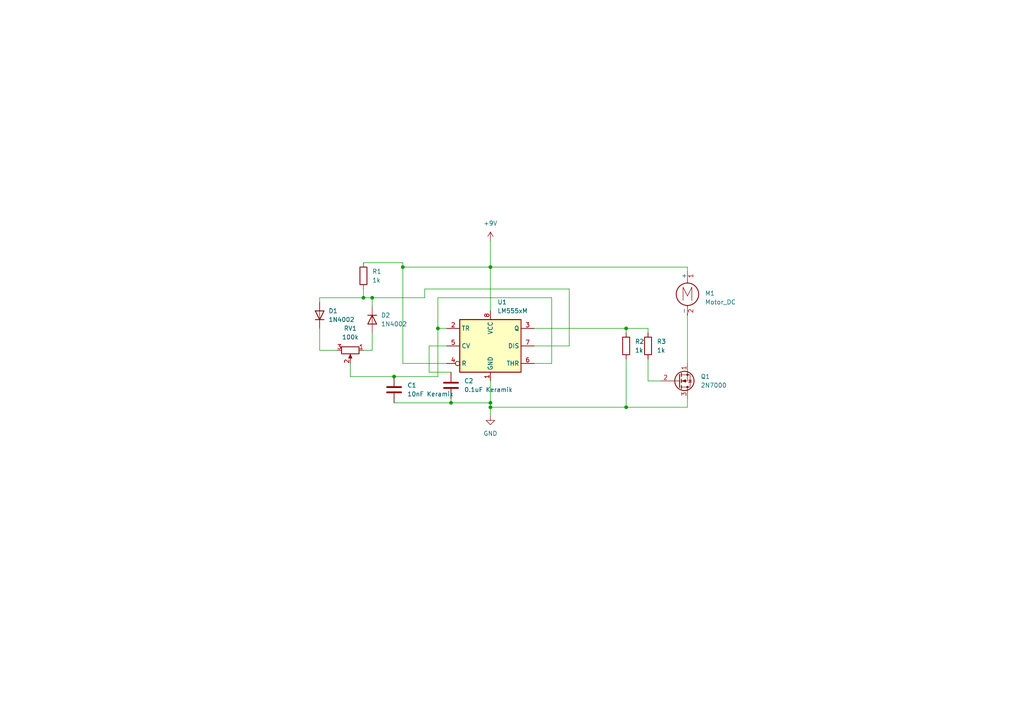
<source format=kicad_sch>
(kicad_sch (version 20211123) (generator eeschema)

  (uuid 671c54b0-aab0-43c1-9d20-df326180ff44)

  (paper "A4")

  (title_block
    (title "Sharkbyte PWM Motor Controller")
    (date "2022-07-26")
    (company "Sharkbyteprojects")
  )

  (lib_symbols
    (symbol "Device:C" (pin_numbers hide) (pin_names (offset 0.254)) (in_bom yes) (on_board yes)
      (property "Reference" "C" (id 0) (at 0.635 2.54 0)
        (effects (font (size 1.27 1.27)) (justify left))
      )
      (property "Value" "C" (id 1) (at 0.635 -2.54 0)
        (effects (font (size 1.27 1.27)) (justify left))
      )
      (property "Footprint" "" (id 2) (at 0.9652 -3.81 0)
        (effects (font (size 1.27 1.27)) hide)
      )
      (property "Datasheet" "~" (id 3) (at 0 0 0)
        (effects (font (size 1.27 1.27)) hide)
      )
      (property "ki_keywords" "cap capacitor" (id 4) (at 0 0 0)
        (effects (font (size 1.27 1.27)) hide)
      )
      (property "ki_description" "Unpolarized capacitor" (id 5) (at 0 0 0)
        (effects (font (size 1.27 1.27)) hide)
      )
      (property "ki_fp_filters" "C_*" (id 6) (at 0 0 0)
        (effects (font (size 1.27 1.27)) hide)
      )
      (symbol "C_0_1"
        (polyline
          (pts
            (xy -2.032 -0.762)
            (xy 2.032 -0.762)
          )
          (stroke (width 0.508) (type default) (color 0 0 0 0))
          (fill (type none))
        )
        (polyline
          (pts
            (xy -2.032 0.762)
            (xy 2.032 0.762)
          )
          (stroke (width 0.508) (type default) (color 0 0 0 0))
          (fill (type none))
        )
      )
      (symbol "C_1_1"
        (pin passive line (at 0 3.81 270) (length 2.794)
          (name "~" (effects (font (size 1.27 1.27))))
          (number "1" (effects (font (size 1.27 1.27))))
        )
        (pin passive line (at 0 -3.81 90) (length 2.794)
          (name "~" (effects (font (size 1.27 1.27))))
          (number "2" (effects (font (size 1.27 1.27))))
        )
      )
    )
    (symbol "Device:R" (pin_numbers hide) (pin_names (offset 0)) (in_bom yes) (on_board yes)
      (property "Reference" "R" (id 0) (at 2.032 0 90)
        (effects (font (size 1.27 1.27)))
      )
      (property "Value" "R" (id 1) (at 0 0 90)
        (effects (font (size 1.27 1.27)))
      )
      (property "Footprint" "" (id 2) (at -1.778 0 90)
        (effects (font (size 1.27 1.27)) hide)
      )
      (property "Datasheet" "~" (id 3) (at 0 0 0)
        (effects (font (size 1.27 1.27)) hide)
      )
      (property "ki_keywords" "R res resistor" (id 4) (at 0 0 0)
        (effects (font (size 1.27 1.27)) hide)
      )
      (property "ki_description" "Resistor" (id 5) (at 0 0 0)
        (effects (font (size 1.27 1.27)) hide)
      )
      (property "ki_fp_filters" "R_*" (id 6) (at 0 0 0)
        (effects (font (size 1.27 1.27)) hide)
      )
      (symbol "R_0_1"
        (rectangle (start -1.016 -2.54) (end 1.016 2.54)
          (stroke (width 0.254) (type default) (color 0 0 0 0))
          (fill (type none))
        )
      )
      (symbol "R_1_1"
        (pin passive line (at 0 3.81 270) (length 1.27)
          (name "~" (effects (font (size 1.27 1.27))))
          (number "1" (effects (font (size 1.27 1.27))))
        )
        (pin passive line (at 0 -3.81 90) (length 1.27)
          (name "~" (effects (font (size 1.27 1.27))))
          (number "2" (effects (font (size 1.27 1.27))))
        )
      )
    )
    (symbol "Device:R_Potentiometer" (pin_names (offset 1.016) hide) (in_bom yes) (on_board yes)
      (property "Reference" "RV" (id 0) (at -4.445 0 90)
        (effects (font (size 1.27 1.27)))
      )
      (property "Value" "R_Potentiometer" (id 1) (at -2.54 0 90)
        (effects (font (size 1.27 1.27)))
      )
      (property "Footprint" "" (id 2) (at 0 0 0)
        (effects (font (size 1.27 1.27)) hide)
      )
      (property "Datasheet" "~" (id 3) (at 0 0 0)
        (effects (font (size 1.27 1.27)) hide)
      )
      (property "ki_keywords" "resistor variable" (id 4) (at 0 0 0)
        (effects (font (size 1.27 1.27)) hide)
      )
      (property "ki_description" "Potentiometer" (id 5) (at 0 0 0)
        (effects (font (size 1.27 1.27)) hide)
      )
      (property "ki_fp_filters" "Potentiometer*" (id 6) (at 0 0 0)
        (effects (font (size 1.27 1.27)) hide)
      )
      (symbol "R_Potentiometer_0_1"
        (polyline
          (pts
            (xy 2.54 0)
            (xy 1.524 0)
          )
          (stroke (width 0) (type default) (color 0 0 0 0))
          (fill (type none))
        )
        (polyline
          (pts
            (xy 1.143 0)
            (xy 2.286 0.508)
            (xy 2.286 -0.508)
            (xy 1.143 0)
          )
          (stroke (width 0) (type default) (color 0 0 0 0))
          (fill (type outline))
        )
        (rectangle (start 1.016 2.54) (end -1.016 -2.54)
          (stroke (width 0.254) (type default) (color 0 0 0 0))
          (fill (type none))
        )
      )
      (symbol "R_Potentiometer_1_1"
        (pin passive line (at 0 3.81 270) (length 1.27)
          (name "1" (effects (font (size 1.27 1.27))))
          (number "1" (effects (font (size 1.27 1.27))))
        )
        (pin passive line (at 3.81 0 180) (length 1.27)
          (name "2" (effects (font (size 1.27 1.27))))
          (number "2" (effects (font (size 1.27 1.27))))
        )
        (pin passive line (at 0 -3.81 90) (length 1.27)
          (name "3" (effects (font (size 1.27 1.27))))
          (number "3" (effects (font (size 1.27 1.27))))
        )
      )
    )
    (symbol "Diode:1N4002" (pin_numbers hide) (pin_names (offset 1.016) hide) (in_bom yes) (on_board yes)
      (property "Reference" "D" (id 0) (at 0 2.54 0)
        (effects (font (size 1.27 1.27)))
      )
      (property "Value" "1N4002" (id 1) (at 0 -2.54 0)
        (effects (font (size 1.27 1.27)))
      )
      (property "Footprint" "Diode_THT:D_DO-41_SOD81_P10.16mm_Horizontal" (id 2) (at 0 -4.445 0)
        (effects (font (size 1.27 1.27)) hide)
      )
      (property "Datasheet" "http://www.vishay.com/docs/88503/1n4001.pdf" (id 3) (at 0 0 0)
        (effects (font (size 1.27 1.27)) hide)
      )
      (property "ki_keywords" "diode" (id 4) (at 0 0 0)
        (effects (font (size 1.27 1.27)) hide)
      )
      (property "ki_description" "100V 1A General Purpose Rectifier Diode, DO-41" (id 5) (at 0 0 0)
        (effects (font (size 1.27 1.27)) hide)
      )
      (property "ki_fp_filters" "D*DO?41*" (id 6) (at 0 0 0)
        (effects (font (size 1.27 1.27)) hide)
      )
      (symbol "1N4002_0_1"
        (polyline
          (pts
            (xy -1.27 1.27)
            (xy -1.27 -1.27)
          )
          (stroke (width 0.254) (type default) (color 0 0 0 0))
          (fill (type none))
        )
        (polyline
          (pts
            (xy 1.27 0)
            (xy -1.27 0)
          )
          (stroke (width 0) (type default) (color 0 0 0 0))
          (fill (type none))
        )
        (polyline
          (pts
            (xy 1.27 1.27)
            (xy 1.27 -1.27)
            (xy -1.27 0)
            (xy 1.27 1.27)
          )
          (stroke (width 0.254) (type default) (color 0 0 0 0))
          (fill (type none))
        )
      )
      (symbol "1N4002_1_1"
        (pin passive line (at -3.81 0 0) (length 2.54)
          (name "K" (effects (font (size 1.27 1.27))))
          (number "1" (effects (font (size 1.27 1.27))))
        )
        (pin passive line (at 3.81 0 180) (length 2.54)
          (name "A" (effects (font (size 1.27 1.27))))
          (number "2" (effects (font (size 1.27 1.27))))
        )
      )
    )
    (symbol "Motor:Motor_DC" (pin_names (offset 0)) (in_bom yes) (on_board yes)
      (property "Reference" "M" (id 0) (at 2.54 2.54 0)
        (effects (font (size 1.27 1.27)) (justify left))
      )
      (property "Value" "Motor_DC" (id 1) (at 2.54 -5.08 0)
        (effects (font (size 1.27 1.27)) (justify left top))
      )
      (property "Footprint" "" (id 2) (at 0 -2.286 0)
        (effects (font (size 1.27 1.27)) hide)
      )
      (property "Datasheet" "~" (id 3) (at 0 -2.286 0)
        (effects (font (size 1.27 1.27)) hide)
      )
      (property "ki_keywords" "DC Motor" (id 4) (at 0 0 0)
        (effects (font (size 1.27 1.27)) hide)
      )
      (property "ki_description" "DC Motor" (id 5) (at 0 0 0)
        (effects (font (size 1.27 1.27)) hide)
      )
      (property "ki_fp_filters" "PinHeader*P2.54mm* TerminalBlock*" (id 6) (at 0 0 0)
        (effects (font (size 1.27 1.27)) hide)
      )
      (symbol "Motor_DC_0_0"
        (polyline
          (pts
            (xy -1.27 -3.302)
            (xy -1.27 0.508)
            (xy 0 -2.032)
            (xy 1.27 0.508)
            (xy 1.27 -3.302)
          )
          (stroke (width 0) (type default) (color 0 0 0 0))
          (fill (type none))
        )
      )
      (symbol "Motor_DC_0_1"
        (circle (center 0 -1.524) (radius 3.2512)
          (stroke (width 0.254) (type default) (color 0 0 0 0))
          (fill (type none))
        )
        (polyline
          (pts
            (xy 0 -7.62)
            (xy 0 -7.112)
          )
          (stroke (width 0) (type default) (color 0 0 0 0))
          (fill (type none))
        )
        (polyline
          (pts
            (xy 0 -4.7752)
            (xy 0 -5.1816)
          )
          (stroke (width 0) (type default) (color 0 0 0 0))
          (fill (type none))
        )
        (polyline
          (pts
            (xy 0 1.7272)
            (xy 0 2.0828)
          )
          (stroke (width 0) (type default) (color 0 0 0 0))
          (fill (type none))
        )
        (polyline
          (pts
            (xy 0 2.032)
            (xy 0 2.54)
          )
          (stroke (width 0) (type default) (color 0 0 0 0))
          (fill (type none))
        )
      )
      (symbol "Motor_DC_1_1"
        (pin passive line (at 0 5.08 270) (length 2.54)
          (name "+" (effects (font (size 1.27 1.27))))
          (number "1" (effects (font (size 1.27 1.27))))
        )
        (pin passive line (at 0 -7.62 90) (length 2.54)
          (name "-" (effects (font (size 1.27 1.27))))
          (number "2" (effects (font (size 1.27 1.27))))
        )
      )
    )
    (symbol "Timer:LM555xM" (in_bom yes) (on_board yes)
      (property "Reference" "U" (id 0) (at -10.16 8.89 0)
        (effects (font (size 1.27 1.27)) (justify left))
      )
      (property "Value" "LM555xM" (id 1) (at 2.54 8.89 0)
        (effects (font (size 1.27 1.27)) (justify left))
      )
      (property "Footprint" "Package_SO:SOIC-8_3.9x4.9mm_P1.27mm" (id 2) (at 21.59 -10.16 0)
        (effects (font (size 1.27 1.27)) hide)
      )
      (property "Datasheet" "http://www.ti.com/lit/ds/symlink/lm555.pdf" (id 3) (at 21.59 -10.16 0)
        (effects (font (size 1.27 1.27)) hide)
      )
      (property "ki_keywords" "single timer 555" (id 4) (at 0 0 0)
        (effects (font (size 1.27 1.27)) hide)
      )
      (property "ki_description" "Timer, 555 compatible, SOIC-8" (id 5) (at 0 0 0)
        (effects (font (size 1.27 1.27)) hide)
      )
      (property "ki_fp_filters" "SOIC*3.9x4.9mm*P1.27mm*" (id 6) (at 0 0 0)
        (effects (font (size 1.27 1.27)) hide)
      )
      (symbol "LM555xM_0_0"
        (pin power_in line (at 0 -10.16 90) (length 2.54)
          (name "GND" (effects (font (size 1.27 1.27))))
          (number "1" (effects (font (size 1.27 1.27))))
        )
        (pin power_in line (at 0 10.16 270) (length 2.54)
          (name "VCC" (effects (font (size 1.27 1.27))))
          (number "8" (effects (font (size 1.27 1.27))))
        )
      )
      (symbol "LM555xM_0_1"
        (rectangle (start -8.89 -7.62) (end 8.89 7.62)
          (stroke (width 0.254) (type default) (color 0 0 0 0))
          (fill (type background))
        )
        (rectangle (start -8.89 -7.62) (end 8.89 7.62)
          (stroke (width 0.254) (type default) (color 0 0 0 0))
          (fill (type background))
        )
      )
      (symbol "LM555xM_1_1"
        (pin input line (at -12.7 5.08 0) (length 3.81)
          (name "TR" (effects (font (size 1.27 1.27))))
          (number "2" (effects (font (size 1.27 1.27))))
        )
        (pin output line (at 12.7 5.08 180) (length 3.81)
          (name "Q" (effects (font (size 1.27 1.27))))
          (number "3" (effects (font (size 1.27 1.27))))
        )
        (pin input inverted (at -12.7 -5.08 0) (length 3.81)
          (name "R" (effects (font (size 1.27 1.27))))
          (number "4" (effects (font (size 1.27 1.27))))
        )
        (pin input line (at -12.7 0 0) (length 3.81)
          (name "CV" (effects (font (size 1.27 1.27))))
          (number "5" (effects (font (size 1.27 1.27))))
        )
        (pin input line (at 12.7 -5.08 180) (length 3.81)
          (name "THR" (effects (font (size 1.27 1.27))))
          (number "6" (effects (font (size 1.27 1.27))))
        )
        (pin input line (at 12.7 0 180) (length 3.81)
          (name "DIS" (effects (font (size 1.27 1.27))))
          (number "7" (effects (font (size 1.27 1.27))))
        )
      )
    )
    (symbol "Transistor_FET:2N7000" (pin_names hide) (in_bom yes) (on_board yes)
      (property "Reference" "Q" (id 0) (at 5.08 1.905 0)
        (effects (font (size 1.27 1.27)) (justify left))
      )
      (property "Value" "2N7000" (id 1) (at 5.08 0 0)
        (effects (font (size 1.27 1.27)) (justify left))
      )
      (property "Footprint" "Package_TO_SOT_THT:TO-92_Inline" (id 2) (at 5.08 -1.905 0)
        (effects (font (size 1.27 1.27) italic) (justify left) hide)
      )
      (property "Datasheet" "https://www.vishay.com/docs/70226/70226.pdf" (id 3) (at 0 0 0)
        (effects (font (size 1.27 1.27)) (justify left) hide)
      )
      (property "ki_keywords" "N-Channel MOSFET Logic-Level" (id 4) (at 0 0 0)
        (effects (font (size 1.27 1.27)) hide)
      )
      (property "ki_description" "0.2A Id, 200V Vds, N-Channel MOSFET, 2.6V Logic Level, TO-92" (id 5) (at 0 0 0)
        (effects (font (size 1.27 1.27)) hide)
      )
      (property "ki_fp_filters" "TO?92*" (id 6) (at 0 0 0)
        (effects (font (size 1.27 1.27)) hide)
      )
      (symbol "2N7000_0_1"
        (polyline
          (pts
            (xy 0.254 0)
            (xy -2.54 0)
          )
          (stroke (width 0) (type default) (color 0 0 0 0))
          (fill (type none))
        )
        (polyline
          (pts
            (xy 0.254 1.905)
            (xy 0.254 -1.905)
          )
          (stroke (width 0.254) (type default) (color 0 0 0 0))
          (fill (type none))
        )
        (polyline
          (pts
            (xy 0.762 -1.27)
            (xy 0.762 -2.286)
          )
          (stroke (width 0.254) (type default) (color 0 0 0 0))
          (fill (type none))
        )
        (polyline
          (pts
            (xy 0.762 0.508)
            (xy 0.762 -0.508)
          )
          (stroke (width 0.254) (type default) (color 0 0 0 0))
          (fill (type none))
        )
        (polyline
          (pts
            (xy 0.762 2.286)
            (xy 0.762 1.27)
          )
          (stroke (width 0.254) (type default) (color 0 0 0 0))
          (fill (type none))
        )
        (polyline
          (pts
            (xy 2.54 2.54)
            (xy 2.54 1.778)
          )
          (stroke (width 0) (type default) (color 0 0 0 0))
          (fill (type none))
        )
        (polyline
          (pts
            (xy 2.54 -2.54)
            (xy 2.54 0)
            (xy 0.762 0)
          )
          (stroke (width 0) (type default) (color 0 0 0 0))
          (fill (type none))
        )
        (polyline
          (pts
            (xy 0.762 -1.778)
            (xy 3.302 -1.778)
            (xy 3.302 1.778)
            (xy 0.762 1.778)
          )
          (stroke (width 0) (type default) (color 0 0 0 0))
          (fill (type none))
        )
        (polyline
          (pts
            (xy 1.016 0)
            (xy 2.032 0.381)
            (xy 2.032 -0.381)
            (xy 1.016 0)
          )
          (stroke (width 0) (type default) (color 0 0 0 0))
          (fill (type outline))
        )
        (polyline
          (pts
            (xy 2.794 0.508)
            (xy 2.921 0.381)
            (xy 3.683 0.381)
            (xy 3.81 0.254)
          )
          (stroke (width 0) (type default) (color 0 0 0 0))
          (fill (type none))
        )
        (polyline
          (pts
            (xy 3.302 0.381)
            (xy 2.921 -0.254)
            (xy 3.683 -0.254)
            (xy 3.302 0.381)
          )
          (stroke (width 0) (type default) (color 0 0 0 0))
          (fill (type none))
        )
        (circle (center 1.651 0) (radius 2.794)
          (stroke (width 0.254) (type default) (color 0 0 0 0))
          (fill (type none))
        )
        (circle (center 2.54 -1.778) (radius 0.254)
          (stroke (width 0) (type default) (color 0 0 0 0))
          (fill (type outline))
        )
        (circle (center 2.54 1.778) (radius 0.254)
          (stroke (width 0) (type default) (color 0 0 0 0))
          (fill (type outline))
        )
      )
      (symbol "2N7000_1_1"
        (pin passive line (at 2.54 -5.08 90) (length 2.54)
          (name "S" (effects (font (size 1.27 1.27))))
          (number "1" (effects (font (size 1.27 1.27))))
        )
        (pin input line (at -5.08 0 0) (length 2.54)
          (name "G" (effects (font (size 1.27 1.27))))
          (number "2" (effects (font (size 1.27 1.27))))
        )
        (pin passive line (at 2.54 5.08 270) (length 2.54)
          (name "D" (effects (font (size 1.27 1.27))))
          (number "3" (effects (font (size 1.27 1.27))))
        )
      )
    )
    (symbol "power:+9V" (power) (pin_names (offset 0)) (in_bom yes) (on_board yes)
      (property "Reference" "#PWR" (id 0) (at 0 -3.81 0)
        (effects (font (size 1.27 1.27)) hide)
      )
      (property "Value" "+9V" (id 1) (at 0 3.556 0)
        (effects (font (size 1.27 1.27)))
      )
      (property "Footprint" "" (id 2) (at 0 0 0)
        (effects (font (size 1.27 1.27)) hide)
      )
      (property "Datasheet" "" (id 3) (at 0 0 0)
        (effects (font (size 1.27 1.27)) hide)
      )
      (property "ki_keywords" "power-flag" (id 4) (at 0 0 0)
        (effects (font (size 1.27 1.27)) hide)
      )
      (property "ki_description" "Power symbol creates a global label with name \"+9V\"" (id 5) (at 0 0 0)
        (effects (font (size 1.27 1.27)) hide)
      )
      (symbol "+9V_0_1"
        (polyline
          (pts
            (xy -0.762 1.27)
            (xy 0 2.54)
          )
          (stroke (width 0) (type default) (color 0 0 0 0))
          (fill (type none))
        )
        (polyline
          (pts
            (xy 0 0)
            (xy 0 2.54)
          )
          (stroke (width 0) (type default) (color 0 0 0 0))
          (fill (type none))
        )
        (polyline
          (pts
            (xy 0 2.54)
            (xy 0.762 1.27)
          )
          (stroke (width 0) (type default) (color 0 0 0 0))
          (fill (type none))
        )
      )
      (symbol "+9V_1_1"
        (pin power_in line (at 0 0 90) (length 0) hide
          (name "+9V" (effects (font (size 1.27 1.27))))
          (number "1" (effects (font (size 1.27 1.27))))
        )
      )
    )
    (symbol "power:GND" (power) (pin_names (offset 0)) (in_bom yes) (on_board yes)
      (property "Reference" "#PWR" (id 0) (at 0 -6.35 0)
        (effects (font (size 1.27 1.27)) hide)
      )
      (property "Value" "GND" (id 1) (at 0 -3.81 0)
        (effects (font (size 1.27 1.27)))
      )
      (property "Footprint" "" (id 2) (at 0 0 0)
        (effects (font (size 1.27 1.27)) hide)
      )
      (property "Datasheet" "" (id 3) (at 0 0 0)
        (effects (font (size 1.27 1.27)) hide)
      )
      (property "ki_keywords" "power-flag" (id 4) (at 0 0 0)
        (effects (font (size 1.27 1.27)) hide)
      )
      (property "ki_description" "Power symbol creates a global label with name \"GND\" , ground" (id 5) (at 0 0 0)
        (effects (font (size 1.27 1.27)) hide)
      )
      (symbol "GND_0_1"
        (polyline
          (pts
            (xy 0 0)
            (xy 0 -1.27)
            (xy 1.27 -1.27)
            (xy 0 -2.54)
            (xy -1.27 -1.27)
            (xy 0 -1.27)
          )
          (stroke (width 0) (type default) (color 0 0 0 0))
          (fill (type none))
        )
      )
      (symbol "GND_1_1"
        (pin power_in line (at 0 0 270) (length 0) hide
          (name "GND" (effects (font (size 1.27 1.27))))
          (number "1" (effects (font (size 1.27 1.27))))
        )
      )
    )
  )

  (junction (at 114.3 109.22) (diameter 0) (color 0 0 0 0)
    (uuid 01d90ed9-e026-45de-a2e6-d0fa20d8c91c)
  )
  (junction (at 142.24 77.47) (diameter 0) (color 0 0 0 0)
    (uuid 0fb8c2d0-3245-4ade-bd83-4b67e5eb505f)
  )
  (junction (at 116.84 77.47) (diameter 0) (color 0 0 0 0)
    (uuid 65628e32-44ae-40ae-b035-8bbbe29a98c5)
  )
  (junction (at 130.81 116.84) (diameter 0) (color 0 0 0 0)
    (uuid 8ad8616d-476e-4e30-b7df-29fd3ffdc9ea)
  )
  (junction (at 142.24 116.84) (diameter 0) (color 0 0 0 0)
    (uuid cd661867-2947-4552-a7cf-600f596f42f1)
  )
  (junction (at 181.61 95.25) (diameter 0) (color 0 0 0 0)
    (uuid d262783b-2eef-46a0-8926-e03e6ee96659)
  )
  (junction (at 127 95.25) (diameter 0) (color 0 0 0 0)
    (uuid dcd48f65-61be-48cf-8ed9-1ca826bfc151)
  )
  (junction (at 105.41 86.36) (diameter 0) (color 0 0 0 0)
    (uuid df737bd2-9d80-4a3a-ac3b-545e0ddcc295)
  )
  (junction (at 107.95 86.36) (diameter 0) (color 0 0 0 0)
    (uuid e3c6342f-22e1-4a29-be4f-1cd8d51c8ceb)
  )
  (junction (at 142.24 118.11) (diameter 0) (color 0 0 0 0)
    (uuid efc81ff5-2367-4579-b63f-4b4e13f21e0c)
  )
  (junction (at 181.61 118.11) (diameter 0) (color 0 0 0 0)
    (uuid fc84c015-d103-4793-9739-b9e433e18191)
  )

  (wire (pts (xy 165.1 100.33) (xy 154.94 100.33))
    (stroke (width 0) (type default) (color 0 0 0 0))
    (uuid 0431c7ad-e326-47f4-8359-f7914aa4fee3)
  )
  (wire (pts (xy 142.24 77.47) (xy 142.24 90.17))
    (stroke (width 0) (type default) (color 0 0 0 0))
    (uuid 098c4c18-a8fa-45e6-8fa9-c6999eeb6e63)
  )
  (wire (pts (xy 142.24 118.11) (xy 181.61 118.11))
    (stroke (width 0) (type default) (color 0 0 0 0))
    (uuid 1538c660-2017-4665-bc45-10078ff8029b)
  )
  (wire (pts (xy 187.96 110.49) (xy 191.77 110.49))
    (stroke (width 0) (type default) (color 0 0 0 0))
    (uuid 16380134-3a64-4971-ac32-5569e1546bd5)
  )
  (wire (pts (xy 123.19 83.82) (xy 123.19 86.36))
    (stroke (width 0) (type default) (color 0 0 0 0))
    (uuid 36b8325b-92f2-4fb1-a6ef-88f685c5d732)
  )
  (wire (pts (xy 130.81 115.57) (xy 130.81 116.84))
    (stroke (width 0) (type default) (color 0 0 0 0))
    (uuid 3ab10ce4-8aae-4ad6-a69d-1a6305235ed0)
  )
  (wire (pts (xy 127 86.36) (xy 127 95.25))
    (stroke (width 0) (type default) (color 0 0 0 0))
    (uuid 3df4b2a6-bb5b-4a78-aa67-0f8772820dfe)
  )
  (wire (pts (xy 105.41 86.36) (xy 105.41 83.82))
    (stroke (width 0) (type default) (color 0 0 0 0))
    (uuid 404ce764-4c36-4a09-a7d0-027da3d66cc7)
  )
  (wire (pts (xy 114.3 116.84) (xy 130.81 116.84))
    (stroke (width 0) (type default) (color 0 0 0 0))
    (uuid 42d03646-7bad-4219-bca3-7f12f27c6459)
  )
  (wire (pts (xy 181.61 104.14) (xy 181.61 118.11))
    (stroke (width 0) (type default) (color 0 0 0 0))
    (uuid 45d8dadc-4b93-4125-a0c6-740a4aebb2f2)
  )
  (wire (pts (xy 129.54 105.41) (xy 116.84 105.41))
    (stroke (width 0) (type default) (color 0 0 0 0))
    (uuid 45d8fa3b-1d05-4a91-a60c-a6b2bc278a81)
  )
  (wire (pts (xy 187.96 104.14) (xy 187.96 110.49))
    (stroke (width 0) (type default) (color 0 0 0 0))
    (uuid 49bfeda6-7b08-413d-85c5-95f7f9098119)
  )
  (wire (pts (xy 92.71 95.25) (xy 92.71 101.6))
    (stroke (width 0) (type default) (color 0 0 0 0))
    (uuid 4c7094b5-6489-4644-8e31-fab96cc3f44b)
  )
  (wire (pts (xy 116.84 105.41) (xy 116.84 77.47))
    (stroke (width 0) (type default) (color 0 0 0 0))
    (uuid 50cf5877-b1bb-46be-89c0-567cb182a2d9)
  )
  (wire (pts (xy 130.81 107.95) (xy 124.46 107.95))
    (stroke (width 0) (type default) (color 0 0 0 0))
    (uuid 533b8792-f00b-4c42-9517-c44f6c448f2b)
  )
  (wire (pts (xy 199.39 91.44) (xy 199.39 105.41))
    (stroke (width 0) (type default) (color 0 0 0 0))
    (uuid 57b0379c-a149-4912-bc6b-b3db8bf59f82)
  )
  (wire (pts (xy 142.24 118.11) (xy 142.24 120.65))
    (stroke (width 0) (type default) (color 0 0 0 0))
    (uuid 621d69da-fe72-44b3-8d16-476535b62553)
  )
  (wire (pts (xy 187.96 95.25) (xy 187.96 96.52))
    (stroke (width 0) (type default) (color 0 0 0 0))
    (uuid 694600b2-1a6e-437a-8db6-1761d3d2ab80)
  )
  (wire (pts (xy 142.24 116.84) (xy 142.24 118.11))
    (stroke (width 0) (type default) (color 0 0 0 0))
    (uuid 6af336c2-7ced-4da5-99ab-f67eb5597aa7)
  )
  (wire (pts (xy 114.3 109.22) (xy 127 109.22))
    (stroke (width 0) (type default) (color 0 0 0 0))
    (uuid 6df85a9a-93ef-41b4-9348-d513f77c632a)
  )
  (wire (pts (xy 142.24 77.47) (xy 199.39 77.47))
    (stroke (width 0) (type default) (color 0 0 0 0))
    (uuid 79330c0c-c0b2-4b24-96be-5373688d3f1a)
  )
  (wire (pts (xy 105.41 101.6) (xy 107.95 101.6))
    (stroke (width 0) (type default) (color 0 0 0 0))
    (uuid 794208e7-9a05-4fd6-87de-282340e1ec7d)
  )
  (wire (pts (xy 116.84 77.47) (xy 142.24 77.47))
    (stroke (width 0) (type default) (color 0 0 0 0))
    (uuid 79b0a5eb-d975-4cfd-a9c4-1ebca1fcd166)
  )
  (wire (pts (xy 124.46 100.33) (xy 129.54 100.33))
    (stroke (width 0) (type default) (color 0 0 0 0))
    (uuid 7a9aab79-1abb-4fc9-a2c2-286041378ae5)
  )
  (wire (pts (xy 160.02 105.41) (xy 160.02 86.36))
    (stroke (width 0) (type default) (color 0 0 0 0))
    (uuid 7fd00e98-0816-4e16-a558-844fc5a43a37)
  )
  (wire (pts (xy 124.46 107.95) (xy 124.46 100.33))
    (stroke (width 0) (type default) (color 0 0 0 0))
    (uuid a0aaa91f-70ff-4a25-99cf-2b9ad7f395e7)
  )
  (wire (pts (xy 107.95 96.52) (xy 107.95 101.6))
    (stroke (width 0) (type default) (color 0 0 0 0))
    (uuid a1bda750-7139-4aa6-9ffc-e9dc80df98ab)
  )
  (wire (pts (xy 107.95 86.36) (xy 123.19 86.36))
    (stroke (width 0) (type default) (color 0 0 0 0))
    (uuid a1d7e289-dca4-4b5c-bc96-3cf0020ec75e)
  )
  (wire (pts (xy 181.61 95.25) (xy 181.61 96.52))
    (stroke (width 0) (type default) (color 0 0 0 0))
    (uuid a22a8935-ea37-4ecc-8b4f-45d012afc884)
  )
  (wire (pts (xy 129.54 95.25) (xy 127 95.25))
    (stroke (width 0) (type default) (color 0 0 0 0))
    (uuid ad5a0c13-6f80-486f-adbc-1bb908973c0c)
  )
  (wire (pts (xy 142.24 69.85) (xy 142.24 77.47))
    (stroke (width 0) (type default) (color 0 0 0 0))
    (uuid b2307cea-fdb1-4585-95ef-00063bf37bc9)
  )
  (wire (pts (xy 181.61 95.25) (xy 187.96 95.25))
    (stroke (width 0) (type default) (color 0 0 0 0))
    (uuid bb405056-8635-4e24-89eb-32012663511f)
  )
  (wire (pts (xy 101.6 109.22) (xy 114.3 109.22))
    (stroke (width 0) (type default) (color 0 0 0 0))
    (uuid bba1614f-9ad9-49b1-ac64-f4333bc69938)
  )
  (wire (pts (xy 154.94 95.25) (xy 181.61 95.25))
    (stroke (width 0) (type default) (color 0 0 0 0))
    (uuid c668f1ac-ffa9-47b5-90b8-e1049b9dbb3d)
  )
  (wire (pts (xy 116.84 76.2) (xy 116.84 77.47))
    (stroke (width 0) (type default) (color 0 0 0 0))
    (uuid c8bece99-e20b-415c-9f7e-fd831cf5b781)
  )
  (wire (pts (xy 123.19 83.82) (xy 165.1 83.82))
    (stroke (width 0) (type default) (color 0 0 0 0))
    (uuid c922340c-de96-4521-8ea4-859f183c7ba6)
  )
  (wire (pts (xy 165.1 83.82) (xy 165.1 100.33))
    (stroke (width 0) (type default) (color 0 0 0 0))
    (uuid cc305c57-c5d0-43c0-ad2d-1a8a8b0e0066)
  )
  (wire (pts (xy 92.71 86.36) (xy 92.71 87.63))
    (stroke (width 0) (type default) (color 0 0 0 0))
    (uuid d0062cb3-da63-4e09-9125-0b5e9da8b42f)
  )
  (wire (pts (xy 127 86.36) (xy 160.02 86.36))
    (stroke (width 0) (type default) (color 0 0 0 0))
    (uuid d24d9ce3-d832-45a8-8db0-2f02d7a5512d)
  )
  (wire (pts (xy 107.95 86.36) (xy 105.41 86.36))
    (stroke (width 0) (type default) (color 0 0 0 0))
    (uuid d32e02c1-cb1c-487b-81c7-64ade62ea537)
  )
  (wire (pts (xy 199.39 77.47) (xy 199.39 78.74))
    (stroke (width 0) (type default) (color 0 0 0 0))
    (uuid d3be72a5-b7c2-4bd8-8119-065aca30864c)
  )
  (wire (pts (xy 199.39 115.57) (xy 199.39 118.11))
    (stroke (width 0) (type default) (color 0 0 0 0))
    (uuid d57146b3-005a-46a6-84f4-2ffc70825934)
  )
  (wire (pts (xy 181.61 118.11) (xy 199.39 118.11))
    (stroke (width 0) (type default) (color 0 0 0 0))
    (uuid dbeffd28-1624-4253-8424-8f2a3dfba34a)
  )
  (wire (pts (xy 92.71 101.6) (xy 97.79 101.6))
    (stroke (width 0) (type default) (color 0 0 0 0))
    (uuid dca87724-cc44-4073-aa1f-e49a08fe5732)
  )
  (wire (pts (xy 101.6 105.41) (xy 101.6 109.22))
    (stroke (width 0) (type default) (color 0 0 0 0))
    (uuid dcf1048b-42e3-4407-bf7e-071aacb73d17)
  )
  (wire (pts (xy 154.94 105.41) (xy 160.02 105.41))
    (stroke (width 0) (type default) (color 0 0 0 0))
    (uuid eab49618-34c3-41e5-a316-b32fa26a1797)
  )
  (wire (pts (xy 130.81 116.84) (xy 142.24 116.84))
    (stroke (width 0) (type default) (color 0 0 0 0))
    (uuid ebe1f8c5-c966-430f-bc25-97290dbe19f3)
  )
  (wire (pts (xy 107.95 88.9) (xy 107.95 86.36))
    (stroke (width 0) (type default) (color 0 0 0 0))
    (uuid eff3b34f-b08e-4216-8953-95e220d4e450)
  )
  (wire (pts (xy 142.24 110.49) (xy 142.24 116.84))
    (stroke (width 0) (type default) (color 0 0 0 0))
    (uuid f0a3769c-3f29-4f25-9bac-332246ce9481)
  )
  (wire (pts (xy 105.41 76.2) (xy 116.84 76.2))
    (stroke (width 0) (type default) (color 0 0 0 0))
    (uuid fa577465-9456-4c5c-bc69-2d110e2279e5)
  )
  (wire (pts (xy 127 95.25) (xy 127 109.22))
    (stroke (width 0) (type default) (color 0 0 0 0))
    (uuid fea9359a-1913-492c-825f-e91c1abb2f33)
  )
  (wire (pts (xy 92.71 86.36) (xy 105.41 86.36))
    (stroke (width 0) (type default) (color 0 0 0 0))
    (uuid ff2cdf70-06d8-436c-869a-fd825441b546)
  )

  (symbol (lib_id "power:GND") (at 142.24 120.65 0) (unit 1)
    (in_bom yes) (on_board yes) (fields_autoplaced)
    (uuid 0a8bf5eb-45c8-442c-b0ce-9e8a58e8d926)
    (property "Reference" "#PWR0102" (id 0) (at 142.24 127 0)
      (effects (font (size 1.27 1.27)) hide)
    )
    (property "Value" "GND" (id 1) (at 142.24 125.73 0))
    (property "Footprint" "" (id 2) (at 142.24 120.65 0)
      (effects (font (size 1.27 1.27)) hide)
    )
    (property "Datasheet" "" (id 3) (at 142.24 120.65 0)
      (effects (font (size 1.27 1.27)) hide)
    )
    (pin "1" (uuid c1a7052e-901c-4291-9922-2d92201f5028))
  )

  (symbol (lib_id "Device:R") (at 181.61 100.33 0) (unit 1)
    (in_bom yes) (on_board yes) (fields_autoplaced)
    (uuid 0b172c9d-3c7b-4ed0-810d-00fdb451a656)
    (property "Reference" "R2" (id 0) (at 184.15 99.0599 0)
      (effects (font (size 1.27 1.27)) (justify left))
    )
    (property "Value" "1k" (id 1) (at 184.15 101.5999 0)
      (effects (font (size 1.27 1.27)) (justify left))
    )
    (property "Footprint" "Resistor_THT:R_Axial_DIN0309_L9.0mm_D3.2mm_P15.24mm_Horizontal" (id 2) (at 179.832 100.33 90)
      (effects (font (size 1.27 1.27)) hide)
    )
    (property "Datasheet" "~" (id 3) (at 181.61 100.33 0)
      (effects (font (size 1.27 1.27)) hide)
    )
    (pin "1" (uuid 2fb983cf-7c79-4166-8c6d-9d9793ab75c2))
    (pin "2" (uuid 176e13fb-8f95-472e-952a-745417fed844))
  )

  (symbol (lib_id "Device:R") (at 187.96 100.33 0) (unit 1)
    (in_bom yes) (on_board yes) (fields_autoplaced)
    (uuid 22282a34-0f54-4e25-b967-4d381a43b15e)
    (property "Reference" "R3" (id 0) (at 190.5 99.0599 0)
      (effects (font (size 1.27 1.27)) (justify left))
    )
    (property "Value" "1k" (id 1) (at 190.5 101.5999 0)
      (effects (font (size 1.27 1.27)) (justify left))
    )
    (property "Footprint" "Resistor_THT:R_Axial_DIN0309_L9.0mm_D3.2mm_P15.24mm_Horizontal" (id 2) (at 186.182 100.33 90)
      (effects (font (size 1.27 1.27)) hide)
    )
    (property "Datasheet" "~" (id 3) (at 187.96 100.33 0)
      (effects (font (size 1.27 1.27)) hide)
    )
    (pin "1" (uuid 1e0b78c1-0ae2-4531-829d-a75b8d5a3849))
    (pin "2" (uuid 5ad79f7b-b46e-4d2e-9390-6113a7c3368d))
  )

  (symbol (lib_id "Diode:1N4002") (at 92.71 91.44 90) (unit 1)
    (in_bom yes) (on_board yes) (fields_autoplaced)
    (uuid 5c054641-81b9-40cb-b0f5-ed17310d6e4f)
    (property "Reference" "D1" (id 0) (at 95.25 90.1699 90)
      (effects (font (size 1.27 1.27)) (justify right))
    )
    (property "Value" "1N4002" (id 1) (at 95.25 92.7099 90)
      (effects (font (size 1.27 1.27)) (justify right))
    )
    (property "Footprint" "Diode_THT:D_DO-41_SOD81_P10.16mm_Horizontal" (id 2) (at 97.155 91.44 0)
      (effects (font (size 1.27 1.27)) hide)
    )
    (property "Datasheet" "http://www.vishay.com/docs/88503/1n4001.pdf" (id 3) (at 92.71 91.44 0)
      (effects (font (size 1.27 1.27)) hide)
    )
    (pin "1" (uuid 1c0378fa-dc8e-4039-94df-ab30c5f3291f))
    (pin "2" (uuid 94a8e7c6-ede0-4640-b23e-29b9a2dd0d8e))
  )

  (symbol (lib_id "Device:C") (at 114.3 113.03 0) (unit 1)
    (in_bom yes) (on_board yes) (fields_autoplaced)
    (uuid 69b2f800-f0fc-449d-84bf-a3f37d97b669)
    (property "Reference" "C1" (id 0) (at 118.11 111.7599 0)
      (effects (font (size 1.27 1.27)) (justify left))
    )
    (property "Value" "10nF Keramik" (id 1) (at 118.11 114.2999 0)
      (effects (font (size 1.27 1.27)) (justify left))
    )
    (property "Footprint" "" (id 2) (at 115.2652 116.84 0)
      (effects (font (size 1.27 1.27)) hide)
    )
    (property "Datasheet" "~" (id 3) (at 114.3 113.03 0)
      (effects (font (size 1.27 1.27)) hide)
    )
    (pin "1" (uuid 17af44ad-499f-454f-b7af-f2c9ff6e1830))
    (pin "2" (uuid a8ec6e3d-fe12-49b2-8360-3f9d5c903278))
  )

  (symbol (lib_id "Device:R") (at 105.41 80.01 0) (unit 1)
    (in_bom yes) (on_board yes) (fields_autoplaced)
    (uuid 7a34133a-87a1-46a8-b392-d1ffa3efcd52)
    (property "Reference" "R1" (id 0) (at 107.95 78.7399 0)
      (effects (font (size 1.27 1.27)) (justify left))
    )
    (property "Value" "1k" (id 1) (at 107.95 81.2799 0)
      (effects (font (size 1.27 1.27)) (justify left))
    )
    (property "Footprint" "Resistor_THT:R_Axial_DIN0309_L9.0mm_D3.2mm_P15.24mm_Horizontal" (id 2) (at 103.632 80.01 90)
      (effects (font (size 1.27 1.27)) hide)
    )
    (property "Datasheet" "~" (id 3) (at 105.41 80.01 0)
      (effects (font (size 1.27 1.27)) hide)
    )
    (pin "1" (uuid 79becdd1-7d2e-486f-aa8e-74129bacaf5e))
    (pin "2" (uuid f8f60f89-97cc-4e69-85e2-d1674efa7259))
  )

  (symbol (lib_id "Device:C") (at 130.81 111.76 0) (unit 1)
    (in_bom yes) (on_board yes) (fields_autoplaced)
    (uuid 832f64e4-8b78-4726-888d-0c25cd2ee6d6)
    (property "Reference" "C2" (id 0) (at 134.62 110.4899 0)
      (effects (font (size 1.27 1.27)) (justify left))
    )
    (property "Value" "0.1uF Keramik" (id 1) (at 134.62 113.0299 0)
      (effects (font (size 1.27 1.27)) (justify left))
    )
    (property "Footprint" "Capacitor_THT:C_Disc_D12.0mm_W4.4mm_P7.75mm" (id 2) (at 131.7752 115.57 0)
      (effects (font (size 1.27 1.27)) hide)
    )
    (property "Datasheet" "~" (id 3) (at 130.81 111.76 0)
      (effects (font (size 1.27 1.27)) hide)
    )
    (pin "1" (uuid b14eed5c-afc4-4060-86c7-4cd011416995))
    (pin "2" (uuid fa22d2c2-4f17-477c-989c-3d924ef72db5))
  )

  (symbol (lib_id "Motor:Motor_DC") (at 199.39 83.82 0) (unit 1)
    (in_bom yes) (on_board yes) (fields_autoplaced)
    (uuid 83524317-eaf3-43cd-9db3-18dd2bc41e3d)
    (property "Reference" "M1" (id 0) (at 204.47 85.0899 0)
      (effects (font (size 1.27 1.27)) (justify left))
    )
    (property "Value" "Motor_DC" (id 1) (at 204.47 87.6299 0)
      (effects (font (size 1.27 1.27)) (justify left))
    )
    (property "Footprint" "" (id 2) (at 199.39 86.106 0)
      (effects (font (size 1.27 1.27)) hide)
    )
    (property "Datasheet" "~" (id 3) (at 199.39 86.106 0)
      (effects (font (size 1.27 1.27)) hide)
    )
    (pin "1" (uuid a4972087-7a86-4753-8669-74f695ed923c))
    (pin "2" (uuid 505436ce-dbfb-4a31-b7d4-31a58d2a2a77))
  )

  (symbol (lib_id "Transistor_FET:2N7000") (at 196.85 110.49 0) (mirror x) (unit 1)
    (in_bom yes) (on_board yes) (fields_autoplaced)
    (uuid 9dce6721-5062-49ee-a958-1ce0468e896e)
    (property "Reference" "Q1" (id 0) (at 203.2 109.2199 0)
      (effects (font (size 1.27 1.27)) (justify left))
    )
    (property "Value" "2N7000" (id 1) (at 203.2 111.7599 0)
      (effects (font (size 1.27 1.27)) (justify left))
    )
    (property "Footprint" "Package_TO_SOT_THT:TO-92_Inline" (id 2) (at 201.93 108.585 0)
      (effects (font (size 1.27 1.27) italic) (justify left) hide)
    )
    (property "Datasheet" "https://www.vishay.com/docs/70226/70226.pdf" (id 3) (at 196.85 110.49 0)
      (effects (font (size 1.27 1.27)) (justify left) hide)
    )
    (pin "1" (uuid a85d244c-ed60-4caa-a1ea-19af089d7f86))
    (pin "2" (uuid ad98efc5-0559-4ee8-87fb-586b0f23fc78))
    (pin "3" (uuid 94f15fc1-f5b5-46d6-b59f-64bd5b9f6c76))
  )

  (symbol (lib_id "Device:R_Potentiometer") (at 101.6 101.6 270) (unit 1)
    (in_bom yes) (on_board yes) (fields_autoplaced)
    (uuid b574cd92-111c-4b80-9514-41e6bb132457)
    (property "Reference" "RV1" (id 0) (at 101.6 95.25 90))
    (property "Value" "100k" (id 1) (at 101.6 97.79 90))
    (property "Footprint" "" (id 2) (at 101.6 101.6 0)
      (effects (font (size 1.27 1.27)) hide)
    )
    (property "Datasheet" "~" (id 3) (at 101.6 101.6 0)
      (effects (font (size 1.27 1.27)) hide)
    )
    (pin "1" (uuid 51fde3d8-15de-4a1f-bd1a-464f27a44a46))
    (pin "2" (uuid 5c284084-43ab-4c79-bd88-dfd1b51d43cc))
    (pin "3" (uuid c691c3ed-0a26-4f8e-bc9a-5a00aa0ebf14))
  )

  (symbol (lib_id "Timer:LM555xM") (at 142.24 100.33 0) (unit 1)
    (in_bom yes) (on_board yes) (fields_autoplaced)
    (uuid c39f0389-da32-44cc-9d8d-f6e860ff6873)
    (property "Reference" "U1" (id 0) (at 144.2594 87.63 0)
      (effects (font (size 1.27 1.27)) (justify left))
    )
    (property "Value" "LM555xM" (id 1) (at 144.2594 90.17 0)
      (effects (font (size 1.27 1.27)) (justify left))
    )
    (property "Footprint" "Package_SO:SOIC-8_3.9x4.9mm_P1.27mm" (id 2) (at 163.83 110.49 0)
      (effects (font (size 1.27 1.27)) hide)
    )
    (property "Datasheet" "http://www.ti.com/lit/ds/symlink/lm555.pdf" (id 3) (at 163.83 110.49 0)
      (effects (font (size 1.27 1.27)) hide)
    )
    (pin "1" (uuid d5eadf51-cb55-4529-9bb0-e16696450641))
    (pin "8" (uuid 217a4731-7654-4292-84c8-00ba3d6e35f0))
    (pin "2" (uuid c0008706-376d-4687-b189-72e0b31326b9))
    (pin "3" (uuid 004a6bcd-577e-4ccb-8e9b-74fc946c984d))
    (pin "4" (uuid 374f9132-ce15-4ab4-a7f4-08b384effc79))
    (pin "5" (uuid 4a0e4892-a999-4488-abef-cb4f5d1e4c6f))
    (pin "6" (uuid 6f37412d-8c96-478d-8068-3e44558c88f1))
    (pin "7" (uuid e61791d3-e721-45b5-a80f-c8613f99eb18))
  )

  (symbol (lib_id "Diode:1N4002") (at 107.95 92.71 270) (unit 1)
    (in_bom yes) (on_board yes) (fields_autoplaced)
    (uuid dc3e7e6b-3482-45a5-a924-9d73a103a76a)
    (property "Reference" "D2" (id 0) (at 110.49 91.4399 90)
      (effects (font (size 1.27 1.27)) (justify left))
    )
    (property "Value" "1N4002" (id 1) (at 110.49 93.9799 90)
      (effects (font (size 1.27 1.27)) (justify left))
    )
    (property "Footprint" "Diode_THT:D_DO-41_SOD81_P10.16mm_Horizontal" (id 2) (at 103.505 92.71 0)
      (effects (font (size 1.27 1.27)) hide)
    )
    (property "Datasheet" "http://www.vishay.com/docs/88503/1n4001.pdf" (id 3) (at 107.95 92.71 0)
      (effects (font (size 1.27 1.27)) hide)
    )
    (pin "1" (uuid a06a982b-b52a-4722-bb66-0d8b623fe812))
    (pin "2" (uuid 6cba525a-59b7-4010-b56b-587fc597110f))
  )

  (symbol (lib_id "power:+9V") (at 142.24 69.85 0) (unit 1)
    (in_bom yes) (on_board yes) (fields_autoplaced)
    (uuid dca0155f-3a49-499a-b605-45be98444e45)
    (property "Reference" "#PWR?" (id 0) (at 142.24 73.66 0)
      (effects (font (size 1.27 1.27)) hide)
    )
    (property "Value" "+9V" (id 1) (at 142.24 64.77 0))
    (property "Footprint" "" (id 2) (at 142.24 69.85 0)
      (effects (font (size 1.27 1.27)) hide)
    )
    (property "Datasheet" "" (id 3) (at 142.24 69.85 0)
      (effects (font (size 1.27 1.27)) hide)
    )
    (pin "1" (uuid f63f9c86-9481-4085-878d-f8fd2d9946ac))
  )

  (sheet_instances
    (path "/" (page "1"))
  )

  (symbol_instances
    (path "/0a8bf5eb-45c8-442c-b0ce-9e8a58e8d926"
      (reference "#PWR0102") (unit 1) (value "GND") (footprint "")
    )
    (path "/dca0155f-3a49-499a-b605-45be98444e45"
      (reference "#PWR?") (unit 1) (value "+9V") (footprint "")
    )
    (path "/69b2f800-f0fc-449d-84bf-a3f37d97b669"
      (reference "C1") (unit 1) (value "10nF Keramik") (footprint "Capacitor_THT:C_Disc_D12.0mm_W4.4mm_P7.75mm")
    )
    (path "/832f64e4-8b78-4726-888d-0c25cd2ee6d6"
      (reference "C2") (unit 1) (value "0.1uF Keramik") (footprint "Capacitor_THT:C_Disc_D12.0mm_W4.4mm_P7.75mm")
    )
    (path "/5c054641-81b9-40cb-b0f5-ed17310d6e4f"
      (reference "D1") (unit 1) (value "1N4002") (footprint "Diode_THT:D_DO-41_SOD81_P10.16mm_Horizontal")
    )
    (path "/dc3e7e6b-3482-45a5-a924-9d73a103a76a"
      (reference "D2") (unit 1) (value "1N4002") (footprint "Diode_THT:D_DO-41_SOD81_P10.16mm_Horizontal")
    )
    (path "/83524317-eaf3-43cd-9db3-18dd2bc41e3d"
      (reference "M1") (unit 1) (value "Motor_DC") (footprint "TerminalBlock:TerminalBlock_Altech_AK300-2_P5.00mm")
    )
    (path "/9dce6721-5062-49ee-a958-1ce0468e896e"
      (reference "Q1") (unit 1) (value "2N7000") (footprint "Package_TO_SOT_THT:TO-92_Inline")
    )
    (path "/7a34133a-87a1-46a8-b392-d1ffa3efcd52"
      (reference "R1") (unit 1) (value "1k") (footprint "Resistor_THT:R_Axial_DIN0309_L9.0mm_D3.2mm_P15.24mm_Horizontal")
    )
    (path "/0b172c9d-3c7b-4ed0-810d-00fdb451a656"
      (reference "R2") (unit 1) (value "1k") (footprint "Resistor_THT:R_Axial_DIN0309_L9.0mm_D3.2mm_P15.24mm_Horizontal")
    )
    (path "/22282a34-0f54-4e25-b967-4d381a43b15e"
      (reference "R3") (unit 1) (value "1k") (footprint "Resistor_THT:R_Axial_DIN0309_L9.0mm_D3.2mm_P15.24mm_Horizontal")
    )
    (path "/b574cd92-111c-4b80-9514-41e6bb132457"
      (reference "RV1") (unit 1) (value "100k") (footprint "Potentiometer_SMD:Potentiometer_ACP_CA6-VSMD_Vertical")
    )
    (path "/c39f0389-da32-44cc-9d8d-f6e860ff6873"
      (reference "U1") (unit 1) (value "LM555xM") (footprint "Package_SO:SOIC-8_3.9x4.9mm_P1.27mm")
    )
  )
)

</source>
